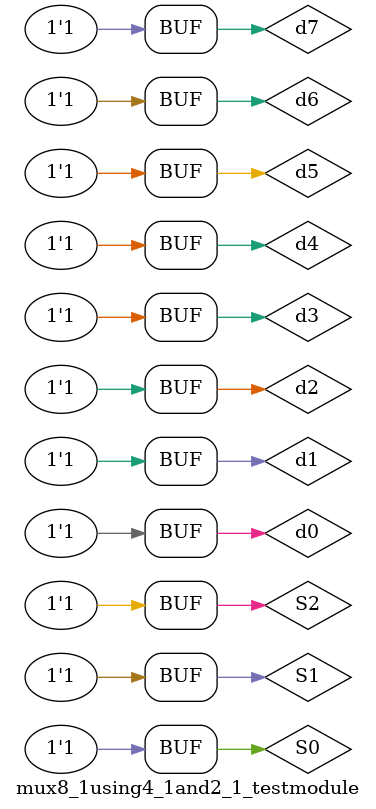
<source format=v>
`include"mux4_1.v"
`include"mux2_1.v"
module mux8_1using4_1and2_1_testmodule();
reg d0,d1,d2,d3,d4,d5,d6,d7,S1,S0,S2;
wire Y;
mux8_1using4_1and2_1 test(Y,d0,d1,d2,d3,d4,d5,d6,d7,S1,S0,S2);
initial
begin
$dumpfile("mux8_1using4_1and2_1_test.vcd");
$dumpvars(0,mux8_1using4_1and2_1_testmodule);
end
initial
begin
d0=0;
d1=0;
d2=0;
d3=0;
d4=0;
d5=0;
d6=0;
d7=0;
S0=0;
S1=0;
S2=0;
#10;

d0=0;
d1=0;
d2=0;
d3=0;
d4=1;
d5=0;
d6=1;
d7=1;
S0=0;
S1=0;
S2=1;
#10;

d0=0;
d1=0;
d2=0;
d3=1;
d4=1;
d5=1;
d6=0;
d7=0;
S0=0;
S1=1;
S2=0;
#10;

d0=0;
d1=0;
d2=0;
d3=0;
d4=1;
d5=0;
d6=1;
d7=0;
S0=0;
S1=1;
S2=1;
#10;

d0=0;
d1=0;
d2=0;
d3=1;
d4=0;
d5=1;
d6=0;
d7=0;
S0=1;
S1=0;
S2=0;
#10;

d0=0;
d1=0;
d2=0;
d3=1;
d4=0;
d5=0;
d6=0;
d7=1;
S0=1;
S1=0;
S2=1;
#10;

d0=0;
d1=0;
d2=0;
d3=1;
d4=0;
d5=0;
d6=1;
d7=0;
S0=1;
S1=1;
S2=0;
#10;

d0=1;
d1=1;
d2=1;
d3=1;
d4=1;
d5=1;
d6=1;
d7=1;
S0=1;
S1=1;
S2=1;
#10;
end
endmodule

</source>
